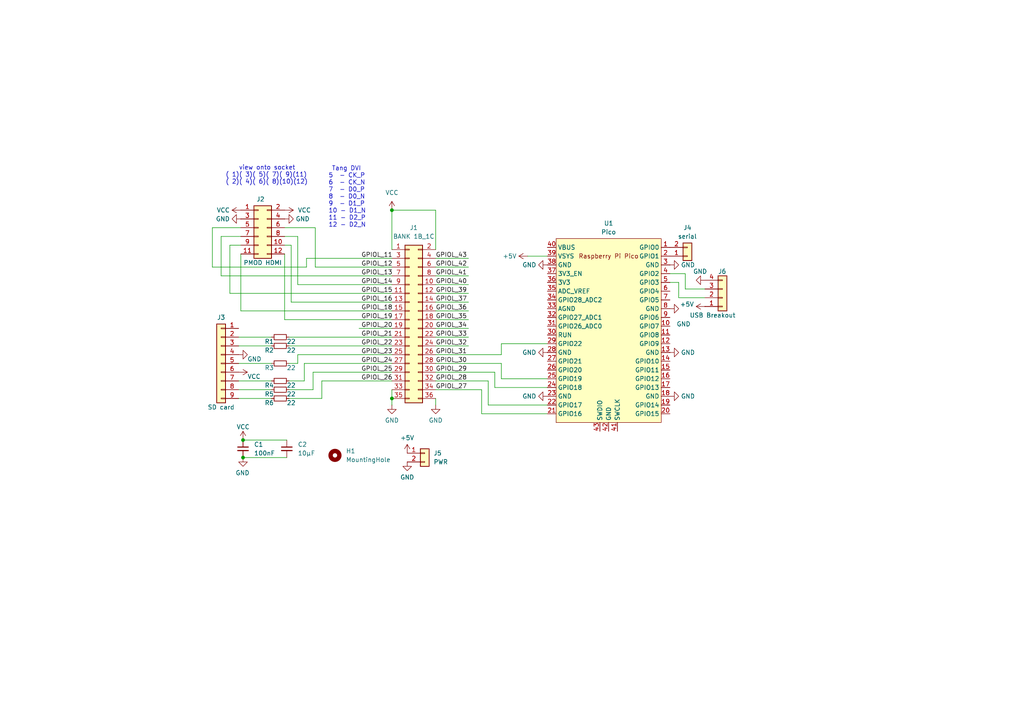
<source format=kicad_sch>
(kicad_sch (version 20231120) (generator "eeschema") (generator_version "8.0")
  (paper "A4")
  (lib_symbols
    (symbol "Connector_Generic:Conn_01x02" (pin_names (offset 1.016) hide)
      (property "Reference" "J" (at 0 2.54 0))
      (property "Value" "Conn_01x02" (at 0 -5.08 0))
      (symbol "Conn_01x02_1_1"
        (rectangle (start -1.27 -2.413) (end 0 -2.667) (stroke (width 0.1524)))
        (rectangle (start -1.27 0.127) (end 0 -0.127) (stroke (width 0.1524)))
        (rectangle (start -1.27 1.27) (end 1.27 -3.81) (stroke (width 0.254)) (fill (type background)))
        (pin passive line (at -5.08 0 0) (length 3.81) (name "Pin_1") (number "1"))
        (pin passive line (at -5.08 -2.54 0) (length 3.81) (name "Pin_2") (number "2"))
      )
    )
    (symbol "Connector_Generic:Conn_01x04" (pin_names (offset 1.016) hide)
      (property "Reference" "J" (at 0 5.08 0))
      (property "Value" "Conn_01x04" (at 0 -7.62 0))
      (symbol "Conn_01x04_1_1"
        (rectangle (start -1.27 -4.953) (end 0 -5.207) (stroke (width 0.1524)))
        (rectangle (start -1.27 -2.413) (end 0 -2.667) (stroke (width 0.1524)))
        (rectangle (start -1.27 0.127) (end 0 -0.127) (stroke (width 0.1524)))
        (rectangle (start -1.27 2.667) (end 0 2.413) (stroke (width 0.1524)))
        (rectangle (start -1.27 3.81) (end 1.27 -6.35) (stroke (width 0.254)) (fill (type background)))
        (pin passive line (at -5.08 2.54 0) (length 3.81) (name "Pin_1") (number "1"))
        (pin passive line (at -5.08 0 0) (length 3.81) (name "Pin_2") (number "2"))
        (pin passive line (at -5.08 -2.54 0) (length 3.81) (name "Pin_3") (number "3"))
        (pin passive line (at -5.08 -5.08 0) (length 3.81) (name "Pin_4") (number "4"))
      )
    )
    (symbol "Connector_Generic:Conn_01x09" (pin_names (offset 1.016) hide)
      (property "Reference" "J" (at 0 12.7 0))
      (property "Value" "Conn_01x09" (at 0 -12.7 0))
      (symbol "Conn_01x09_1_1"
        (rectangle (start -1.27 -10.033) (end 0 -10.287) (stroke (width 0.1524)))
        (rectangle (start -1.27 -7.493) (end 0 -7.747) (stroke (width 0.1524)))
        (rectangle (start -1.27 -4.953) (end 0 -5.207) (stroke (width 0.1524)))
        (rectangle (start -1.27 -2.413) (end 0 -2.667) (stroke (width 0.1524)))
        (rectangle (start -1.27 0.127) (end 0 -0.127) (stroke (width 0.1524)))
        (rectangle (start -1.27 2.667) (end 0 2.413) (stroke (width 0.1524)))
        (rectangle (start -1.27 5.207) (end 0 4.953) (stroke (width 0.1524)))
        (rectangle (start -1.27 7.747) (end 0 7.493) (stroke (width 0.1524)))
        (rectangle (start -1.27 10.287) (end 0 10.033) (stroke (width 0.1524)))
        (rectangle (start -1.27 11.43) (end 1.27 -11.43) (stroke (width 0.254)) (fill (type background)))
        (pin passive line (at -5.08 10.16 0) (length 3.81) (name "Pin_1") (number "1"))
        (pin passive line (at -5.08 7.62 0) (length 3.81) (name "Pin_2") (number "2"))
        (pin passive line (at -5.08 5.08 0) (length 3.81) (name "Pin_3") (number "3"))
        (pin passive line (at -5.08 2.54 0) (length 3.81) (name "Pin_4") (number "4"))
        (pin passive line (at -5.08 0 0) (length 3.81) (name "Pin_5") (number "5"))
        (pin passive line (at -5.08 -2.54 0) (length 3.81) (name "Pin_6") (number "6"))
        (pin passive line (at -5.08 -5.08 0) (length 3.81) (name "Pin_7") (number "7"))
        (pin passive line (at -5.08 -7.62 0) (length 3.81) (name "Pin_8") (number "8"))
        (pin passive line (at -5.08 -10.16 0) (length 3.81) (name "Pin_9") (number "9"))
      )
    )
    (symbol "Connector_Generic:Conn_02x06_Odd_Even" (pin_names (offset 1.016) hide)
      (property "Reference" "J" (at 1.27 7.62 0))
      (property "Value" "Conn_02x06_Odd_Even" (at 1.27 -10.16 0))
      (symbol "Conn_02x06_Odd_Even_1_1"
        (rectangle (start -1.27 -7.493) (end 0 -7.747) (stroke (width 0.1524)))
        (rectangle (start -1.27 -4.953) (end 0 -5.207) (stroke (width 0.1524)))
        (rectangle (start -1.27 -2.413) (end 0 -2.667) (stroke (width 0.1524)))
        (rectangle (start -1.27 0.127) (end 0 -0.127) (stroke (width 0.1524)))
        (rectangle (start -1.27 2.667) (end 0 2.413) (stroke (width 0.1524)))
        (rectangle (start -1.27 5.207) (end 0 4.953) (stroke (width 0.1524)))
        (rectangle (start -1.27 6.35) (end 3.81 -8.89) (stroke (width 0.254)) (fill (type background)))
        (rectangle (start 3.81 -7.493) (end 2.54 -7.747) (stroke (width 0.1524)))
        (rectangle (start 3.81 -4.953) (end 2.54 -5.207) (stroke (width 0.1524)))
        (rectangle (start 3.81 -2.413) (end 2.54 -2.667) (stroke (width 0.1524)))
        (rectangle (start 3.81 0.127) (end 2.54 -0.127) (stroke (width 0.1524)))
        (rectangle (start 3.81 2.667) (end 2.54 2.413) (stroke (width 0.1524)))
        (rectangle (start 3.81 5.207) (end 2.54 4.953) (stroke (width 0.1524)))
        (pin passive line (at -5.08 5.08 0) (length 3.81) (name "Pin_1") (number "1"))
        (pin passive line (at 7.62 -5.08 180) (length 3.81) (name "Pin_10") (number "10"))
        (pin passive line (at -5.08 -7.62 0) (length 3.81) (name "Pin_11") (number "11"))
        (pin passive line (at 7.62 -7.62 180) (length 3.81) (name "Pin_12") (number "12"))
        (pin passive line (at 7.62 5.08 180) (length 3.81) (name "Pin_2") (number "2"))
        (pin passive line (at -5.08 2.54 0) (length 3.81) (name "Pin_3") (number "3"))
        (pin passive line (at 7.62 2.54 180) (length 3.81) (name "Pin_4") (number "4"))
        (pin passive line (at -5.08 0 0) (length 3.81) (name "Pin_5") (number "5"))
        (pin passive line (at 7.62 0 180) (length 3.81) (name "Pin_6") (number "6"))
        (pin passive line (at -5.08 -2.54 0) (length 3.81) (name "Pin_7") (number "7"))
        (pin passive line (at 7.62 -2.54 180) (length 3.81) (name "Pin_8") (number "8"))
        (pin passive line (at -5.08 -5.08 0) (length 3.81) (name "Pin_9") (number "9"))
      )
    )
    (symbol "Connector_Generic:Conn_02x18_Odd_Even" (pin_names (offset 1.016) hide)
      (property "Reference" "J" (at 1.27 22.86 0))
      (property "Value" "Conn_02x18_Odd_Even" (at 1.27 -25.4 0))
      (symbol "Conn_02x18_Odd_Even_1_1"
        (rectangle (start -1.27 -22.733) (end 0 -22.987) (stroke (width 0.1524)))
        (rectangle (start -1.27 -20.193) (end 0 -20.447) (stroke (width 0.1524)))
        (rectangle (start -1.27 -17.653) (end 0 -17.907) (stroke (width 0.1524)))
        (rectangle (start -1.27 -15.113) (end 0 -15.367) (stroke (width 0.1524)))
        (rectangle (start -1.27 -12.573) (end 0 -12.827) (stroke (width 0.1524)))
        (rectangle (start -1.27 -10.033) (end 0 -10.287) (stroke (width 0.1524)))
        (rectangle (start -1.27 -7.493) (end 0 -7.747) (stroke (width 0.1524)))
        (rectangle (start -1.27 -4.953) (end 0 -5.207) (stroke (width 0.1524)))
        (rectangle (start -1.27 -2.413) (end 0 -2.667) (stroke (width 0.1524)))
        (rectangle (start -1.27 0.127) (end 0 -0.127) (stroke (width 0.1524)))
        (rectangle (start -1.27 2.667) (end 0 2.413) (stroke (width 0.1524)))
        (rectangle (start -1.27 5.207) (end 0 4.953) (stroke (width 0.1524)))
        (rectangle (start -1.27 7.747) (end 0 7.493) (stroke (width 0.1524)))
        (rectangle (start -1.27 10.287) (end 0 10.033) (stroke (width 0.1524)))
        (rectangle (start -1.27 12.827) (end 0 12.573) (stroke (width 0.1524)))
        (rectangle (start -1.27 15.367) (end 0 15.113) (stroke (width 0.1524)))
        (rectangle (start -1.27 17.907) (end 0 17.653) (stroke (width 0.1524)))
        (rectangle (start -1.27 20.447) (end 0 20.193) (stroke (width 0.1524)))
        (rectangle (start -1.27 21.59) (end 3.81 -24.13) (stroke (width 0.254)) (fill (type background)))
        (rectangle (start 3.81 -22.733) (end 2.54 -22.987) (stroke (width 0.1524)))
        (rectangle (start 3.81 -20.193) (end 2.54 -20.447) (stroke (width 0.1524)))
        (rectangle (start 3.81 -17.653) (end 2.54 -17.907) (stroke (width 0.1524)))
        (rectangle (start 3.81 -15.113) (end 2.54 -15.367) (stroke (width 0.1524)))
        (rectangle (start 3.81 -12.573) (end 2.54 -12.827) (stroke (width 0.1524)))
        (rectangle (start 3.81 -10.033) (end 2.54 -10.287) (stroke (width 0.1524)))
        (rectangle (start 3.81 -7.493) (end 2.54 -7.747) (stroke (width 0.1524)))
        (rectangle (start 3.81 -4.953) (end 2.54 -5.207) (stroke (width 0.1524)))
        (rectangle (start 3.81 -2.413) (end 2.54 -2.667) (stroke (width 0.1524)))
        (rectangle (start 3.81 0.127) (end 2.54 -0.127) (stroke (width 0.1524)))
        (rectangle (start 3.81 2.667) (end 2.54 2.413) (stroke (width 0.1524)))
        (rectangle (start 3.81 5.207) (end 2.54 4.953) (stroke (width 0.1524)))
        (rectangle (start 3.81 7.747) (end 2.54 7.493) (stroke (width 0.1524)))
        (rectangle (start 3.81 10.287) (end 2.54 10.033) (stroke (width 0.1524)))
        (rectangle (start 3.81 12.827) (end 2.54 12.573) (stroke (width 0.1524)))
        (rectangle (start 3.81 15.367) (end 2.54 15.113) (stroke (width 0.1524)))
        (rectangle (start 3.81 17.907) (end 2.54 17.653) (stroke (width 0.1524)))
        (rectangle (start 3.81 20.447) (end 2.54 20.193) (stroke (width 0.1524)))
        (pin passive line (at -5.08 20.32 0) (length 3.81) (name "Pin_1") (number "1"))
        (pin passive line (at 7.62 10.16 180) (length 3.81) (name "Pin_10") (number "10"))
        (pin passive line (at -5.08 7.62 0) (length 3.81) (name "Pin_11") (number "11"))
        (pin passive line (at 7.62 7.62 180) (length 3.81) (name "Pin_12") (number "12"))
        (pin passive line (at -5.08 5.08 0) (length 3.81) (name "Pin_13") (number "13"))
        (pin passive line (at 7.62 5.08 180) (length 3.81) (name "Pin_14") (number "14"))
        (pin passive line (at -5.08 2.54 0) (length 3.81) (name "Pin_15") (number "15"))
        (pin passive line (at 7.62 2.54 180) (length 3.81) (name "Pin_16") (number "16"))
        (pin passive line (at -5.08 0 0) (length 3.81) (name "Pin_17") (number "17"))
        (pin passive line (at 7.62 0 180) (length 3.81) (name "Pin_18") (number "18"))
        (pin passive line (at -5.08 -2.54 0) (length 3.81) (name "Pin_19") (number "19"))
        (pin passive line (at 7.62 20.32 180) (length 3.81) (name "Pin_2") (number "2"))
        (pin passive line (at 7.62 -2.54 180) (length 3.81) (name "Pin_20") (number "20"))
        (pin passive line (at -5.08 -5.08 0) (length 3.81) (name "Pin_21") (number "21"))
        (pin passive line (at 7.62 -5.08 180) (length 3.81) (name "Pin_22") (number "22"))
        (pin passive line (at -5.08 -7.62 0) (length 3.81) (name "Pin_23") (number "23"))
        (pin passive line (at 7.62 -7.62 180) (length 3.81) (name "Pin_24") (number "24"))
        (pin passive line (at -5.08 -10.16 0) (length 3.81) (name "Pin_25") (number "25"))
        (pin passive line (at 7.62 -10.16 180) (length 3.81) (name "Pin_26") (number "26"))
        (pin passive line (at -5.08 -12.7 0) (length 3.81) (name "Pin_27") (number "27"))
        (pin passive line (at 7.62 -12.7 180) (length 3.81) (name "Pin_28") (number "28"))
        (pin passive line (at -5.08 -15.24 0) (length 3.81) (name "Pin_29") (number "29"))
        (pin passive line (at -5.08 17.78 0) (length 3.81) (name "Pin_3") (number "3"))
        (pin passive line (at 7.62 -15.24 180) (length 3.81) (name "Pin_30") (number "30"))
        (pin passive line (at -5.08 -17.78 0) (length 3.81) (name "Pin_31") (number "31"))
        (pin passive line (at 7.62 -17.78 180) (length 3.81) (name "Pin_32") (number "32"))
        (pin passive line (at -5.08 -20.32 0) (length 3.81) (name "Pin_33") (number "33"))
        (pin passive line (at 7.62 -20.32 180) (length 3.81) (name "Pin_34") (number "34"))
        (pin passive line (at -5.08 -22.86 0) (length 3.81) (name "Pin_35") (number "35"))
        (pin passive line (at 7.62 -22.86 180) (length 3.81) (name "Pin_36") (number "36"))
        (pin passive line (at 7.62 17.78 180) (length 3.81) (name "Pin_4") (number "4"))
        (pin passive line (at -5.08 15.24 0) (length 3.81) (name "Pin_5") (number "5"))
        (pin passive line (at 7.62 15.24 180) (length 3.81) (name "Pin_6") (number "6"))
        (pin passive line (at -5.08 12.7 0) (length 3.81) (name "Pin_7") (number "7"))
        (pin passive line (at 7.62 12.7 180) (length 3.81) (name "Pin_8") (number "8"))
        (pin passive line (at -5.08 10.16 0) (length 3.81) (name "Pin_9") (number "9"))
      )
    )
    (symbol "Device:C_Small" (pin_numbers hide) (pin_names (offset 0.254) hide)
      (property "Reference" "C" (at 0.254 1.778 0))
      (property "Value" "C_Small" (at 0.254 -2.032 0))
      (symbol "C_Small_0_1"
        (polyline (pts (xy -1.524 -0.508) (xy 1.524 -0.508)) (stroke (width 0.3302)))
        (polyline (pts (xy -1.524 0.508) (xy 1.524 0.508)) (stroke (width 0.3048)))
      )
      (symbol "C_Small_1_1"
        (pin passive line (at 0 2.54 270) (length 2.032) (name "~") (number "1"))
        (pin passive line (at 0 -2.54 90) (length 2.032) (name "~") (number "2"))
      )
    )
    (symbol "Device:R_Small" (pin_numbers hide) (pin_names (offset 0.254) hide)
      (property "Reference" "R" (at 0.762 0.508 0))
      (property "Value" "R_Small" (at 0.762 -1.016 0))
      (symbol "R_Small_0_1"
        (rectangle (start -0.762 1.778) (end 0.762 -1.778) (stroke (width 0.2032)))
      )
      (symbol "R_Small_1_1"
        (pin passive line (at 0 2.54 270) (length 0.762) (name "~") (number "1"))
        (pin passive line (at 0 -2.54 90) (length 0.762) (name "~") (number "2"))
      )
    )
    (symbol "MCU_RaspberryPi_and_Boards:Pico"
      (property "Reference" "U" (at -13.97 27.94 0))
      (property "Value" "Pico" (at 0 19.05 0))
      (symbol "Pico_0_0"
        (text "Raspberry Pi Pico" (at 0 21.59 0) (effects (font (size 1.27 1.27))))
      )
      (symbol "Pico_0_1"
        (rectangle (start -15.24 26.67) (end 15.24 -26.67) (fill (type background)))
      )
      (symbol "Pico_1_1"
        (pin bidirectional line (at -17.78 24.13 0) (length 2.54) (name "GPIO0") (number "1"))
        (pin bidirectional line (at -17.78 1.27 0) (length 2.54) (name "GPIO7") (number "10"))
        (pin bidirectional line (at -17.78 -1.27 0) (length 2.54) (name "GPIO8") (number "11"))
        (pin bidirectional line (at -17.78 -3.81 0) (length 2.54) (name "GPIO9") (number "12"))
        (pin power_in line (at -17.78 -6.35 0) (length 2.54) (name "GND") (number "13"))
        (pin bidirectional line (at -17.78 -8.89 0) (length 2.54) (name "GPIO10") (number "14"))
        (pin bidirectional line (at -17.78 -11.43 0) (length 2.54) (name "GPIO11") (number "15"))
        (pin bidirectional line (at -17.78 -13.97 0) (length 2.54) (name "GPIO12") (number "16"))
        (pin bidirectional line (at -17.78 -16.51 0) (length 2.54) (name "GPIO13") (number "17"))
        (pin power_in line (at -17.78 -19.05 0) (length 2.54) (name "GND") (number "18"))
        (pin bidirectional line (at -17.78 -21.59 0) (length 2.54) (name "GPIO14") (number "19"))
        (pin bidirectional line (at -17.78 21.59 0) (length 2.54) (name "GPIO1") (number "2"))
        (pin bidirectional line (at -17.78 -24.13 0) (length 2.54) (name "GPIO15") (number "20"))
        (pin bidirectional line (at 17.78 -24.13 180) (length 2.54) (name "GPIO16") (number "21"))
        (pin bidirectional line (at 17.78 -21.59 180) (length 2.54) (name "GPIO17") (number "22"))
        (pin power_in line (at 17.78 -19.05 180) (length 2.54) (name "GND") (number "23"))
        (pin bidirectional line (at 17.78 -16.51 180) (length 2.54) (name "GPIO18") (number "24"))
        (pin bidirectional line (at 17.78 -13.97 180) (length 2.54) (name "GPIO19") (number "25"))
        (pin bidirectional line (at 17.78 -11.43 180) (length 2.54) (name "GPIO20") (number "26"))
        (pin bidirectional line (at 17.78 -8.89 180) (length 2.54) (name "GPIO21") (number "27"))
        (pin power_in line (at 17.78 -6.35 180) (length 2.54) (name "GND") (number "28"))
        (pin bidirectional line (at 17.78 -3.81 180) (length 2.54) (name "GPIO22") (number "29"))
        (pin power_in line (at -17.78 19.05 0) (length 2.54) (name "GND") (number "3"))
        (pin input line (at 17.78 -1.27 180) (length 2.54) (name "RUN") (number "30"))
        (pin bidirectional line (at 17.78 1.27 180) (length 2.54) (name "GPIO26_ADC0") (number "31"))
        (pin bidirectional line (at 17.78 3.81 180) (length 2.54) (name "GPIO27_ADC1") (number "32"))
        (pin power_in line (at 17.78 6.35 180) (length 2.54) (name "AGND") (number "33"))
        (pin bidirectional line (at 17.78 8.89 180) (length 2.54) (name "GPIO28_ADC2") (number "34"))
        (pin power_in line (at 17.78 11.43 180) (length 2.54) (name "ADC_VREF") (number "35"))
        (pin power_in line (at 17.78 13.97 180) (length 2.54) (name "3V3") (number "36"))
        (pin input line (at 17.78 16.51 180) (length 2.54) (name "3V3_EN") (number "37"))
        (pin bidirectional line (at 17.78 19.05 180) (length 2.54) (name "GND") (number "38"))
        (pin power_in line (at 17.78 21.59 180) (length 2.54) (name "VSYS") (number "39"))
        (pin bidirectional line (at -17.78 16.51 0) (length 2.54) (name "GPIO2") (number "4"))
        (pin power_in line (at 17.78 24.13 180) (length 2.54) (name "VBUS") (number "40"))
        (pin input line (at -2.54 -29.21 90) (length 2.54) (name "SWCLK") (number "41"))
        (pin power_in line (at 0 -29.21 90) (length 2.54) (name "GND") (number "42"))
        (pin bidirectional line (at 2.54 -29.21 90) (length 2.54) (name "SWDIO") (number "43"))
        (pin bidirectional line (at -17.78 13.97 0) (length 2.54) (name "GPIO3") (number "5"))
        (pin bidirectional line (at -17.78 11.43 0) (length 2.54) (name "GPIO4") (number "6"))
        (pin bidirectional line (at -17.78 8.89 0) (length 2.54) (name "GPIO5") (number "7"))
        (pin power_in line (at -17.78 6.35 0) (length 2.54) (name "GND") (number "8"))
        (pin bidirectional line (at -17.78 3.81 0) (length 2.54) (name "GPIO6") (number "9"))
      )
    )
    (symbol "Mechanical:MountingHole" (pin_names (offset 1.016)) (exclude_from_sim yes) (in_bom no)
      (property "Reference" "H" (at 0 5.08 0))
      (property "Value" "MountingHole" (at 0 3.175 0))
      (symbol "MountingHole_0_1"
        (circle (center 0 0) (radius 1.27) (stroke (width 1.27)))
      )
    )
    (symbol "power:+5V" (power) (pin_numbers hide) (pin_names (offset 0) hide)
      (property "Value" "+5V" (at 0 3.556 0))
      (symbol "+5V_0_1"
        (polyline (pts (xy -0.762 1.27) (xy 0 2.54)))
        (polyline (pts (xy 0 0) (xy 0 2.54)))
        (polyline (pts (xy 0 2.54) (xy 0.762 1.27)))
      )
      (symbol "+5V_1_1"
        (pin power_in line (at 0 0 90) (length 0) (name "~") (number "1"))
      )
    )
    (symbol "power:GND" (power) (pin_numbers hide) (pin_names (offset 0) hide)
      (property "Value" "GND" (at 0 -3.81 0))
      (symbol "GND_0_1"
        (polyline (pts (xy 0 0) (xy 0 -1.27) (xy 1.27 -1.27) (xy 0 -2.54) (xy -1.27 -1.27) (xy 0 -1.27)))
      )
      (symbol "GND_1_1"
        (pin power_in line (at 0 0 270) (length 0) (name "~") (number "1"))
      )
    )
    (symbol "power:VCC" (power) (pin_numbers hide) (pin_names (offset 0) hide)
      (property "Value" "VCC" (at 0 3.556 0))
      (symbol "VCC_0_1"
        (polyline (pts (xy -0.762 1.27) (xy 0 2.54)))
        (polyline (pts (xy 0 0) (xy 0 2.54)))
        (polyline (pts (xy 0 2.54) (xy 0.762 1.27)))
      )
      (symbol "VCC_1_1"
        (pin power_in line (at 0 0 90) (length 0) (name "~") (number "1"))
      )
    )
  )
  (junction (at 113.665 115.57))
  (junction (at 70.485 127.635))
  (junction (at 70.485 132.715))
  (junction (at 113.665 60.96))
  (wire (pts (xy 69.215 105.41) (xy 78.74 105.41)))
  (wire (pts (xy 69.85 66.04) (xy 61.595 66.04)))
  (wire (pts (xy 126.365 113.03) (xy 139.7 113.03)))
  (wire (pts (xy 126.365 105.41) (xy 145.415 105.41)))
  (wire (pts (xy 69.215 100.33) (xy 78.74 100.33)))
  (wire (pts (xy 126.365 85.09) (xy 135.89 85.09)))
  (wire (pts (xy 196.85 86.36) (xy 196.85 81.915)))
  (wire (pts (xy 91.44 77.47) (xy 113.665 77.47)))
  (wire (pts (xy 198.755 83.82) (xy 198.755 79.375)))
  (wire (pts (xy 84.455 71.12) (xy 84.455 87.63)))
  (wire (pts (xy 83.82 97.79) (xy 113.665 97.79)))
  (wire (pts (xy 113.665 115.57) (xy 113.665 117.475)))
  (wire (pts (xy 126.365 95.25) (xy 135.89 95.25)))
  (wire (pts (xy 113.665 60.96) (xy 126.365 60.96)))
  (wire (pts (xy 61.595 66.04) (xy 61.595 77.47)))
  (wire (pts (xy 88.265 105.41) (xy 88.265 110.49)))
  (wire (pts (xy 69.85 90.17) (xy 113.665 90.17)))
  (wire (pts (xy 139.7 120.015) (xy 139.7 113.03)))
  (wire (pts (xy 83.82 100.33) (xy 113.665 100.33)))
  (wire (pts (xy 69.85 71.12) (xy 66.675 71.12)))
  (wire (pts (xy 143.51 107.95) (xy 143.51 112.395)))
  (wire (pts (xy 86.36 82.55) (xy 113.665 82.55)))
  (wire (pts (xy 113.665 95.25) (xy 104.14 95.25)))
  (wire (pts (xy 198.755 79.375) (xy 194.31 79.375)))
  (wire (pts (xy 69.85 68.58) (xy 64.135 68.58)))
  (wire (pts (xy 126.365 107.95) (xy 143.51 107.95)))
  (wire (pts (xy 126.365 60.96) (xy 126.365 72.39)))
  (wire (pts (xy 88.9 77.47) (xy 88.9 74.93)))
  (wire (pts (xy 158.75 74.295) (xy 153.035 74.295)))
  (wire (pts (xy 82.55 92.71) (xy 113.665 92.71)))
  (wire (pts (xy 141.605 110.49) (xy 141.605 117.475)))
  (wire (pts (xy 93.345 115.57) (xy 93.345 110.49)))
  (wire (pts (xy 204.47 83.82) (xy 198.755 83.82)))
  (wire (pts (xy 126.365 115.57) (xy 126.365 117.475)))
  (wire (pts (xy 83.82 105.41) (xy 86.36 105.41)))
  (wire (pts (xy 83.82 110.49) (xy 88.265 110.49)))
  (wire (pts (xy 126.365 82.55) (xy 135.89 82.55)))
  (wire (pts (xy 86.36 102.87) (xy 113.665 102.87)))
  (wire (pts (xy 158.75 120.015) (xy 139.7 120.015)))
  (wire (pts (xy 126.365 97.79) (xy 135.89 97.79)))
  (wire (pts (xy 196.85 81.915) (xy 194.31 81.915)))
  (wire (pts (xy 70.485 132.715) (xy 83.185 132.715)))
  (wire (pts (xy 82.55 66.04) (xy 91.44 66.04)))
  (wire (pts (xy 126.365 87.63) (xy 135.89 87.63)))
  (wire (pts (xy 69.215 110.49) (xy 78.74 110.49)))
  (wire (pts (xy 84.455 87.63) (xy 113.665 87.63)))
  (wire (pts (xy 90.805 113.03) (xy 90.805 107.95)))
  (wire (pts (xy 69.215 115.57) (xy 78.74 115.57)))
  (wire (pts (xy 86.36 68.58) (xy 86.36 82.55)))
  (wire (pts (xy 141.605 117.475) (xy 158.75 117.475)))
  (wire (pts (xy 204.47 86.36) (xy 196.85 86.36)))
  (wire (pts (xy 91.44 66.04) (xy 91.44 77.47)))
  (wire (pts (xy 145.415 105.41) (xy 145.415 109.855)))
  (wire (pts (xy 126.365 74.93) (xy 135.89 74.93)))
  (wire (pts (xy 88.9 74.93) (xy 113.665 74.93)))
  (wire (pts (xy 126.365 92.71) (xy 135.89 92.71)))
  (wire (pts (xy 145.415 99.695) (xy 145.415 102.87)))
  (wire (pts (xy 82.55 73.66) (xy 82.55 92.71)))
  (wire (pts (xy 126.365 100.33) (xy 135.89 100.33)))
  (wire (pts (xy 83.82 113.03) (xy 90.805 113.03)))
  (wire (pts (xy 158.75 99.695) (xy 145.415 99.695)))
  (wire (pts (xy 126.365 80.01) (xy 135.89 80.01)))
  (wire (pts (xy 61.595 77.47) (xy 88.9 77.47)))
  (wire (pts (xy 113.665 60.96) (xy 113.665 72.39)))
  (wire (pts (xy 66.675 71.12) (xy 66.675 85.09)))
  (wire (pts (xy 90.805 107.95) (xy 113.665 107.95)))
  (wire (pts (xy 126.365 110.49) (xy 141.605 110.49)))
  (wire (pts (xy 82.55 68.58) (xy 86.36 68.58)))
  (wire (pts (xy 126.365 90.17) (xy 135.89 90.17)))
  (wire (pts (xy 86.36 102.87) (xy 86.36 105.41)))
  (wire (pts (xy 93.345 110.49) (xy 113.665 110.49)))
  (wire (pts (xy 64.135 80.01) (xy 113.665 80.01)))
  (wire (pts (xy 69.215 97.79) (xy 78.74 97.79)))
  (wire (pts (xy 143.51 112.395) (xy 158.75 112.395)))
  (wire (pts (xy 145.415 109.855) (xy 158.75 109.855)))
  (wire (pts (xy 66.675 85.09) (xy 113.665 85.09)))
  (wire (pts (xy 69.215 113.03) (xy 78.74 113.03)))
  (wire (pts (xy 69.85 73.66) (xy 69.85 90.17)))
  (wire (pts (xy 88.265 105.41) (xy 113.665 105.41)))
  (wire (pts (xy 82.55 71.12) (xy 84.455 71.12)))
  (wire (pts (xy 70.485 127.635) (xy 83.185 127.635)))
  (wire (pts (xy 64.135 68.58) (xy 64.135 80.01)))
  (wire (pts (xy 113.665 113.03) (xy 113.665 115.57)))
  (wire (pts (xy 126.365 77.47) (xy 135.89 77.47)))
  (wire (pts (xy 126.365 102.87) (xy 145.415 102.87)))
  (wire (pts (xy 83.82 115.57) (xy 93.345 115.57)))
  (text "    view onto socket\n( 1)( 3)( 5)( 7)( 9)(11)\n( 2)( 4)( 6)( 8)(10)(12)" (at 65.405 50.8 0) (effects (font (size 1.27 1.27)) (justify left)))
  (text " Tang DVI\n5  - CK_P\n6  - CK_N\n7  - D0_P\n8  - D0_N\n9  - D1_P\n10 - D1_N\n11 - D2_P\n12 - D2_N" (at 95.25 57.15 0) (effects (font (size 1.27 1.27)) (justify left)))
  (label "GPIOL_28" (at 126.365 110.49 0))
  (label "GPIOL_25" (at 104.775 107.95 0))
  (label "GPIOL_40" (at 126.365 82.55 0))
  (label "GPIOL_12" (at 104.775 77.47 0))
  (label "GPIOL_36" (at 126.365 90.17 0))
  (label "GPIOL_37" (at 126.365 87.63 0))
  (label "GPIOL_20" (at 104.775 95.25 0))
  (label "GPIOL_32" (at 126.365 100.33 0))
  (label "GPIOL_29" (at 126.365 107.95 0))
  (label "GPIOL_39" (at 126.365 85.09 0))
  (label "GPIOL_15" (at 104.775 85.09 0))
  (label "GPIOL_34" (at 126.365 95.25 0))
  (label "GPIOL_13" (at 104.775 80.01 0))
  (label "GPIOL_43" (at 126.365 74.93 0))
  (label "GPIOL_26" (at 104.775 110.49 0))
  (label "GPIOL_31" (at 126.365 102.87 0))
  (label "GPIOL_14" (at 104.775 82.55 0))
  (label "GPIOL_35" (at 126.365 92.71 0))
  (label "GPIOL_21" (at 104.775 97.79 0))
  (label "GPIOL_41" (at 126.365 80.01 0))
  (label "GPIOL_23" (at 104.775 102.87 0))
  (label "GPIOL_24" (at 104.775 105.41 0))
  (label "GPIOL_11" (at 104.775 74.93 0))
  (label "GPIOL_27" (at 126.365 113.03 0))
  (label "GPIOL_22" (at 104.775 100.33 0))
  (label "GPIOL_30" (at 126.365 105.41 0))
  (label "GPIOL_33" (at 126.365 97.79 0))
  (label "GPIOL_18" (at 104.775 90.17 0))
  (label "GPIOL_19" (at 104.775 92.71 0))
  (label "GPIOL_16" (at 104.775 87.63 0))
  (label "GPIOL_42" (at 126.365 77.47 0))
  (symbol (lib_id "power:+5V") (at 118.11 131.445 0) (unit 1)
    (property "Reference" "#PWR10" (effects (hide yes)))
    (property "Value" "+5V" (at 118.11 127 0))
    (property "Description" "Power symbol creates a global label with name \"+5V\"" (effects (hide yes)))
  )
  (symbol (lib_id "power:GND") (at 194.31 76.835 90) (mirror x) (unit 1)
    (property "Reference" "#PWR17" (effects (hide yes)))
    (property "Value" "GND" (at 197.485 76.835 90) (effects (justify right)))
    (property "Description" "Power symbol creates a global label with name \"GND\" , ground" (effects (hide yes)))
  )
  (symbol (lib_id "Device:R_Small") (at 81.28 113.03 90) (unit 1)
    (property "Reference" "R5" (at 78.105 114.3 90))
    (property "Value" "22" (at 84.455 114.3 90))
    (property "Footprint" "Resistor_SMD:R_0805_2012Metric" (effects (hide yes)))
    (property "Description" "Resistor, small symbol" (effects (hide yes)))
  )
  (symbol (lib_id "power:GND") (at 69.215 102.87 90) (unit 1)
    (property "Reference" "#PWR8" (effects (hide yes)))
    (property "Value" "GND" (at 71.755 104.14 90) (effects (justify right)))
    (property "Description" "Power symbol creates a global label with name \"GND\" , ground" (effects (hide yes)))
  )
  (symbol (lib_id "Connector_Generic:Conn_01x09") (at 64.135 105.41 0) (mirror y) (unit 1)
    (property "Reference" "J3" (at 64.135 92.075 0))
    (property "Value" "SD card" (at 64.135 118.11 0))
    (property "Footprint" "Connector_PinHeader_2.00mm:PinHeader_1x09_P2.00mm_Vertical" (effects (hide yes)))
    (property "Description" "Generic connector, single row, 01x09, script generated (kicad-library-utils/schlib/autogen/connector/)" (effects (hide yes)))
  )
  (symbol (lib_id "power:GND") (at 82.55 63.5 90) (unit 1)
    (property "Reference" "#PWR7" (effects (hide yes)))
    (property "Value" "GND" (at 85.725 63.4999 90) (effects (justify right)))
    (property "Description" "Power symbol creates a global label with name \"GND\" , ground" (effects (hide yes)))
  )
  (symbol (lib_id "power:GND") (at 158.75 102.235 270) (unit 1)
    (property "Reference" "#PWR22" (effects (hide yes)))
    (property "Value" "GND" (at 155.575 102.235 90) (effects (justify right)))
    (property "Description" "Power symbol creates a global label with name \"GND\" , ground" (effects (hide yes)))
  )
  (symbol (lib_id "power:VCC") (at 70.485 127.635 0) (unit 1)
    (property "Reference" "#PWR13" (effects (hide yes)))
    (property "Value" "VCC" (at 68.58 123.825 0) (effects (justify left)))
    (property "Description" "Power symbol creates a global label with name \"VCC\"" (effects (hide yes)))
  )
  (symbol (lib_id "power:GND") (at 194.31 89.535 90) (mirror x) (unit 1)
    (property "Reference" "#PWR18" (effects (hide yes)))
    (property "Value" "GND" (at 196.215 93.98 90) (effects (justify right)))
    (property "Description" "Power symbol creates a global label with name \"GND\" , ground" (effects (hide yes)))
  )
  (symbol (lib_id "Connector_Generic:Conn_01x02") (at 123.19 131.445 0) (unit 1)
    (property "Reference" "J5" (at 125.73 131.4449 0) (effects (justify left)))
    (property "Value" "PWR" (at 125.73 133.9849 0) (effects (justify left)))
    (property "Footprint" "Connector_PinSocket_2.54mm:PinSocket_1x02_P2.54mm_Vertical" (effects (hide yes)))
    (property "Description" "Generic connector, single row, 01x02, script generated (kicad-library-utils/schlib/autogen/connector/)" (effects (hide yes)))
  )
  (symbol (lib_id "Device:R_Small") (at 81.28 110.49 90) (unit 1)
    (property "Reference" "R4" (at 78.105 111.76 90))
    (property "Value" "22" (at 84.455 111.76 90))
    (property "Footprint" "Resistor_SMD:R_0805_2012Metric" (effects (hide yes)))
    (property "Description" "Resistor, small symbol" (effects (hide yes)))
  )
  (symbol (lib_id "Device:R_Small") (at 81.28 115.57 90) (unit 1)
    (property "Reference" "R6" (at 78.105 116.84 90))
    (property "Value" "22" (at 84.455 116.84 90))
    (property "Footprint" "Resistor_SMD:R_0805_2012Metric" (effects (hide yes)))
    (property "Description" "Resistor, small symbol" (effects (hide yes)))
  )
  (symbol (lib_id "power:GND") (at 118.11 133.985 0) (unit 1)
    (property "Reference" "#PWR9" (effects (hide yes)))
    (property "Value" "GND" (at 118.11 138.43 0))
    (property "Description" "Power symbol creates a global label with name \"GND\" , ground" (effects (hide yes)))
  )
  (symbol (lib_id "Mechanical:MountingHole") (at 97.155 132.08 0) (unit 1) (exclude_from_sim yes) (in_bom no)
    (property "Reference" "H1" (at 100.33 130.8099 0) (effects (justify left)))
    (property "Value" "MountingHole" (at 100.33 133.3499 0) (effects (justify left)))
    (property "Footprint" "MountingHole:MountingHole_3mm" (effects (hide yes)))
    (property "Description" "Mounting Hole without connection" (effects (hide yes)))
  )
  (symbol (lib_id "power:GND") (at 194.31 102.235 90) (mirror x) (unit 1)
    (property "Reference" "#PWR19" (effects (hide yes)))
    (property "Value" "GND" (at 197.485 102.235 90) (effects (justify right)))
    (property "Description" "Power symbol creates a global label with name \"GND\" , ground" (effects (hide yes)))
  )
  (symbol (lib_id "Device:C_Small") (at 70.485 130.175 0) (unit 1)
    (property "Reference" "C1" (at 73.66 128.9112 0) (effects (justify left)))
    (property "Value" "100nF" (at 73.66 131.4512 0) (effects (justify left)))
    (property "Footprint" "Capacitor_SMD:C_0805_2012Metric" (effects (hide yes)))
    (property "Description" "Unpolarized capacitor, small symbol" (effects (hide yes)))
  )
  (symbol (lib_id "power:GND") (at 158.75 76.835 270) (unit 1)
    (property "Reference" "#PWR23" (effects (hide yes)))
    (property "Value" "GND" (at 155.575 76.835 90) (effects (justify right)))
    (property "Description" "Power symbol creates a global label with name \"GND\" , ground" (effects (hide yes)))
  )
  (symbol (lib_id "power:VCC") (at 113.665 60.96 0) (unit 1)
    (property "Reference" "#PWR3" (effects (hide yes)))
    (property "Value" "VCC" (at 113.665 55.88 0))
    (property "Description" "Power symbol creates a global label with name \"VCC\"" (effects (hide yes)))
  )
  (symbol (lib_id "power:GND") (at 204.47 81.28 270) (mirror x) (unit 1)
    (property "Reference" "#PWR15" (effects (hide yes)))
    (property "Value" "GND" (at 205.105 78.74 90) (effects (justify right)))
    (property "Description" "Power symbol creates a global label with name \"GND\" , ground" (effects (hide yes)))
  )
  (symbol (lib_id "power:GND") (at 70.485 132.715 0) (unit 1)
    (property "Reference" "#PWR12" (effects (hide yes)))
    (property "Value" "GND" (at 72.39 137.16 0) (effects (justify right)))
    (property "Description" "Power symbol creates a global label with name \"GND\" , ground" (effects (hide yes)))
  )
  (symbol (lib_id "power:GND") (at 194.31 114.935 90) (mirror x) (unit 1)
    (property "Reference" "#PWR20" (effects (hide yes)))
    (property "Value" "GND" (at 197.485 114.935 90) (effects (justify right)))
    (property "Description" "Power symbol creates a global label with name \"GND\" , ground" (effects (hide yes)))
  )
  (symbol (lib_id "Connector_Generic:Conn_01x02") (at 199.39 74.295 0) (mirror x) (unit 1)
    (property "Reference" "J4" (at 199.39 66.04 0))
    (property "Value" "serial" (at 199.39 68.58 0))
    (property "Footprint" "Connector_PinHeader_2.54mm:PinHeader_1x02_P2.54mm_Vertical" (effects (hide yes)))
    (property "Description" "Generic connector, single row, 01x02, script generated (kicad-library-utils/schlib/autogen/connector/)" (effects (hide yes)))
  )
  (symbol (lib_id "power:VCC") (at 82.55 60.96 270) (unit 1)
    (property "Reference" "#PWR5" (effects (hide yes)))
    (property "Value" "VCC" (at 86.36 60.9599 90) (effects (justify left)))
    (property "Description" "Power symbol creates a global label with name \"VCC\"" (effects (hide yes)))
  )
  (symbol (lib_id "power:+5V") (at 204.47 88.9 90) (mirror x) (unit 1)
    (property "Reference" "#PWR14" (effects (hide yes)))
    (property "Value" "+5V" (at 201.295 88.265 90) (effects (justify left)))
    (property "Description" "Power symbol creates a global label with name \"+5V\"" (effects (hide yes)))
  )
  (symbol (lib_id "power:GND") (at 69.85 63.5 270) (unit 1)
    (property "Reference" "#PWR6" (effects (hide yes)))
    (property "Value" "GND" (at 66.675 63.4999 90) (effects (justify right)))
    (property "Description" "Power symbol creates a global label with name \"GND\" , ground" (effects (hide yes)))
  )
  (symbol (lib_id "power:GND") (at 126.365 117.475 0) (mirror y) (unit 1)
    (property "Reference" "#PWR2" (effects (hide yes)))
    (property "Value" "GND" (at 126.365 121.92 0))
    (property "Description" "Power symbol creates a global label with name \"GND\" , ground" (effects (hide yes)))
  )
  (symbol (lib_id "Device:R_Small") (at 81.28 105.41 90) (unit 1)
    (property "Reference" "R3" (at 78.105 106.68 90))
    (property "Value" "22" (at 84.455 106.68 90))
    (property "Footprint" "Resistor_SMD:R_0805_2012Metric" (effects (hide yes)))
    (property "Description" "Resistor, small symbol" (effects (hide yes)))
  )
  (symbol (lib_id "Connector_Generic:Conn_02x18_Odd_Even") (at 118.745 92.71 0) (unit 1)
    (property "Reference" "J1" (at 120.015 66.04 0))
    (property "Value" "BANK 1B_1C" (at 120.015 68.58 0))
    (property "Footprint" "Connector_PinSocket_2.54mm:PinSocket_2x18_P2.54mm_Vertical" (effects (hide yes)))
    (property "Description" "Generic connector, double row, 02x18, odd/even pin numbering scheme (row 1 odd numbers, row 2 even numbers), script generated (kicad-library-utils/schlib/autogen/connector/)" (effects (hide yes)))
  )
  (symbol (lib_id "MCU_RaspberryPi_and_Boards:Pico") (at 176.53 95.885 0) (mirror y) (unit 1)
    (property "Reference" "U1" (at 176.53 64.77 0))
    (property "Value" "Pico" (at 176.53 67.31 0))
    (property "Footprint" "MCU_RaspberryPi_and_Boards:RPi_Pico_SMD_TH" (effects (hide yes)))
  )
  (symbol (lib_id "Device:R_Small") (at 81.28 97.79 90) (unit 1)
    (property "Reference" "R1" (at 78.105 99.06 90))
    (property "Value" "22" (at 84.455 99.06 90))
    (property "Footprint" "Resistor_SMD:R_0805_2012Metric" (effects (hide yes)))
    (property "Description" "Resistor, small symbol" (effects (hide yes)))
  )
  (symbol (lib_id "Device:R_Small") (at 81.28 100.33 90) (unit 1)
    (property "Reference" "R2" (at 78.105 101.6 90))
    (property "Value" "22" (at 84.455 101.6 90))
    (property "Footprint" "Resistor_SMD:R_0805_2012Metric" (effects (hide yes)))
    (property "Description" "Resistor, small symbol" (effects (hide yes)))
  )
  (symbol (lib_id "Device:C_Small") (at 83.185 130.175 0) (unit 1)
    (property "Reference" "C2" (at 86.36 128.9112 0) (effects (justify left)))
    (property "Value" "10µF" (at 86.36 131.4512 0) (effects (justify left)))
    (property "Footprint" "Capacitor_SMD:C_0805_2012Metric" (effects (hide yes)))
    (property "Description" "Unpolarized capacitor, small symbol" (effects (hide yes)))
  )
  (symbol (lib_id "power:+5V") (at 153.035 74.295 90) (mirror x) (unit 1)
    (property "Reference" "#PWR16" (effects (hide yes)))
    (property "Value" "+5V" (at 149.86 74.2949 90) (effects (justify left)))
    (property "Description" "Power symbol creates a global label with name \"+5V\"" (effects (hide yes)))
  )
  (symbol (lib_id "power:GND") (at 113.665 117.475 0) (unit 1)
    (property "Reference" "#PWR1" (effects (hide yes)))
    (property "Value" "GND" (at 113.665 121.92 0))
    (property "Description" "Power symbol creates a global label with name \"GND\" , ground" (effects (hide yes)))
  )
  (symbol (lib_id "power:GND") (at 158.75 114.935 270) (unit 1)
    (property "Reference" "#PWR21" (effects (hide yes)))
    (property "Value" "GND" (at 155.575 114.935 90) (effects (justify right)))
    (property "Description" "Power symbol creates a global label with name \"GND\" , ground" (effects (hide yes)))
  )
  (symbol (lib_id "power:VCC") (at 69.85 60.96 90) (unit 1)
    (property "Reference" "#PWR4" (effects (hide yes)))
    (property "Value" "VCC" (at 66.675 60.9599 90) (effects (justify left)))
    (property "Description" "Power symbol creates a global label with name \"VCC\"" (effects (hide yes)))
  )
  (symbol (lib_id "Connector_Generic:Conn_01x04") (at 209.55 86.36 0) (mirror x) (unit 1)
    (property "Reference" "J6" (at 208.28 78.74 0) (effects (justify left)))
    (property "Value" "USB Breakout" (at 200.025 91.44 0) (effects (justify left)))
    (property "Footprint" "Connector_PinHeader_2.54mm:PinHeader_1x04_P2.54mm_Vertical" (effects (hide yes)))
    (property "Description" "Generic connector, single row, 01x04, script generated (kicad-library-utils/schlib/autogen/connector/)" (effects (hide yes)))
  )
  (symbol (lib_id "Connector_Generic:Conn_02x06_Odd_Even") (at 74.93 66.04 0) (unit 1)
    (property "Reference" "J2" (at 75.565 57.785 0))
    (property "Value" "PMOD HDMI" (at 76.2 76.2 0))
    (property "Footprint" "Connector_PinSocket_2.54mm:PinSocket_2x06_P2.54mm_Horizontal" (effects (hide yes)))
    (property "Description" "Generic connector, double row, 02x06, odd/even pin numbering scheme (row 1 odd numbers, row 2 even numbers), script generated (kicad-library-utils/schlib/autogen/connector/)" (effects (hide yes)))
  )
  (symbol (lib_id "power:VCC") (at 69.215 107.95 270) (unit 1)
    (property "Reference" "#PWR11" (effects (hide yes)))
    (property "Value" "VCC" (at 71.755 109.22 90) (effects (justify left)))
    (property "Description" "Power symbol creates a global label with name \"VCC\"" (effects (hide yes)))
  )
)
</source>
